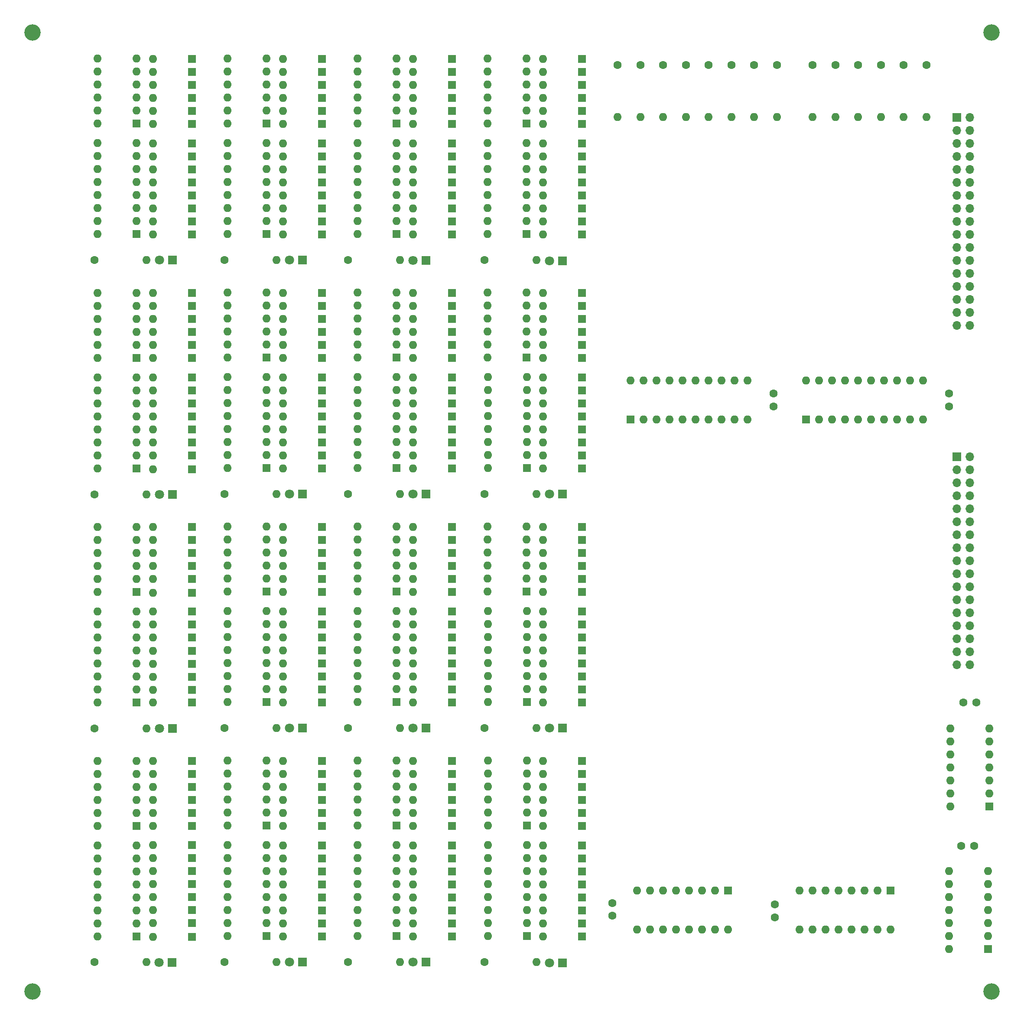
<source format=gbr>
%TF.GenerationSoftware,KiCad,Pcbnew,7.0.7*%
%TF.CreationDate,2023-10-18T21:40:57+09:00*%
%TF.ProjectId,ROM,524f4d2e-6b69-4636-9164-5f7063625858,rev?*%
%TF.SameCoordinates,Original*%
%TF.FileFunction,Soldermask,Bot*%
%TF.FilePolarity,Negative*%
%FSLAX46Y46*%
G04 Gerber Fmt 4.6, Leading zero omitted, Abs format (unit mm)*
G04 Created by KiCad (PCBNEW 7.0.7) date 2023-10-18 21:40:57*
%MOMM*%
%LPD*%
G01*
G04 APERTURE LIST*
%ADD10R,1.600000X1.600000*%
%ADD11O,1.600000X1.600000*%
%ADD12C,1.600000*%
%ADD13R,1.800000X1.800000*%
%ADD14C,1.800000*%
%ADD15C,3.200000*%
%ADD16R,1.700000X1.700000*%
%ADD17O,1.700000X1.700000*%
G04 APERTURE END LIST*
D10*
%TO.C,D27*%
X414665000Y-130895000D03*
D11*
X407045000Y-130895000D03*
%TD*%
D10*
%TO.C,D120*%
X440065000Y-50885000D03*
D11*
X432445000Y-50885000D03*
%TD*%
D12*
%TO.C,R8*%
X421015000Y-71110000D03*
D11*
X431175000Y-71110000D03*
%TD*%
D13*
%TO.C,D47*%
X410855000Y-71110000D03*
D14*
X408315000Y-71110000D03*
%TD*%
D12*
%TO.C,R34*%
X445155000Y-162560000D03*
D11*
X455315000Y-162560000D03*
%TD*%
D10*
%TO.C,SW13*%
X429270000Y-181600000D03*
D11*
X429270000Y-179060000D03*
X429270000Y-176520000D03*
X429270000Y-173980000D03*
X429270000Y-171440000D03*
X429270000Y-168900000D03*
X421650000Y-168900000D03*
X421650000Y-171440000D03*
X421650000Y-173980000D03*
X421650000Y-176520000D03*
X421650000Y-179060000D03*
X421650000Y-181600000D03*
%TD*%
D10*
%TO.C,D394*%
X490845000Y-44545000D03*
D11*
X483225000Y-44545000D03*
%TD*%
D12*
%TO.C,C3*%
X564995000Y-185545000D03*
X567495000Y-185545000D03*
%TD*%
D10*
%TO.C,D18*%
X414665000Y-155055000D03*
D11*
X407045000Y-155055000D03*
%TD*%
D10*
%TO.C,D378*%
X490845000Y-66135000D03*
D11*
X483225000Y-66135000D03*
%TD*%
D10*
%TO.C,D65*%
X414665000Y-44535000D03*
D11*
X407045000Y-44535000D03*
%TD*%
D13*
%TO.C,D106*%
X436255000Y-71110000D03*
D14*
X433715000Y-71110000D03*
%TD*%
D10*
%TO.C,D28*%
X414665000Y-128355000D03*
D11*
X407045000Y-128355000D03*
%TD*%
D10*
%TO.C,D349*%
X490885000Y-111855000D03*
D11*
X483265000Y-111855000D03*
%TD*%
D10*
%TO.C,D358*%
X490885000Y-190595000D03*
D11*
X483265000Y-190595000D03*
%TD*%
D10*
%TO.C,D375*%
X490885000Y-77565000D03*
D11*
X483265000Y-77565000D03*
%TD*%
D10*
%TO.C,SW46*%
X454650000Y-44450000D03*
D11*
X454650000Y-41910000D03*
X454650000Y-39370000D03*
X454650000Y-36830000D03*
X454650000Y-34290000D03*
X454650000Y-31750000D03*
X447030000Y-31750000D03*
X447030000Y-34290000D03*
X447030000Y-36830000D03*
X447030000Y-39370000D03*
X447030000Y-41910000D03*
X447030000Y-44450000D03*
%TD*%
D15*
%TO.C,H1*%
X383540000Y-26670000D03*
%TD*%
D10*
%TO.C,SW53*%
X480050000Y-44450000D03*
D11*
X480050000Y-41910000D03*
X480050000Y-39370000D03*
X480050000Y-36830000D03*
X480050000Y-34290000D03*
X480050000Y-31750000D03*
X472430000Y-31750000D03*
X472430000Y-34290000D03*
X472430000Y-36830000D03*
X472430000Y-39370000D03*
X472430000Y-41910000D03*
X472430000Y-44450000D03*
%TD*%
D10*
%TO.C,D302*%
X465455000Y-111855000D03*
D11*
X457835000Y-111855000D03*
%TD*%
D10*
%TO.C,D97*%
X440065000Y-87715000D03*
D11*
X432445000Y-87715000D03*
%TD*%
D10*
%TO.C,SW48*%
X480090000Y-111760000D03*
D11*
X480090000Y-109220000D03*
X480090000Y-106680000D03*
X480090000Y-104140000D03*
X480090000Y-101600000D03*
X480090000Y-99060000D03*
X480090000Y-96520000D03*
X480090000Y-93980000D03*
X472470000Y-93980000D03*
X472470000Y-96520000D03*
X472470000Y-99060000D03*
X472470000Y-101600000D03*
X472470000Y-104140000D03*
X472470000Y-106680000D03*
X472470000Y-109220000D03*
X472470000Y-111760000D03*
%TD*%
D10*
%TO.C,D132*%
X440065000Y-34375000D03*
D11*
X432445000Y-34375000D03*
%TD*%
D10*
%TO.C,D45*%
X414665000Y-77555000D03*
D11*
X407045000Y-77555000D03*
%TD*%
D13*
%TO.C,D107*%
X436255000Y-162550000D03*
D14*
X433715000Y-162550000D03*
%TD*%
D10*
%TO.C,SW4*%
X403870000Y-135975000D03*
D11*
X403870000Y-133435000D03*
X403870000Y-130895000D03*
X403870000Y-128355000D03*
X403870000Y-125815000D03*
X403870000Y-123275000D03*
X396250000Y-123275000D03*
X396250000Y-125815000D03*
X396250000Y-128355000D03*
X396250000Y-130895000D03*
X396250000Y-133435000D03*
X396250000Y-135975000D03*
%TD*%
D12*
%TO.C,C2*%
X528320000Y-97175000D03*
X528320000Y-99675000D03*
%TD*%
D10*
%TO.C,D368*%
X490885000Y-176625000D03*
D11*
X483265000Y-176625000D03*
%TD*%
D16*
%TO.C,J1*%
X564083200Y-109499400D03*
D17*
X566623200Y-109499400D03*
X564083200Y-112039400D03*
X566623200Y-112039400D03*
X564083200Y-114579400D03*
X566623200Y-114579400D03*
X564083200Y-117119400D03*
X566623200Y-117119400D03*
X564083200Y-119659400D03*
X566623200Y-119659400D03*
X564083200Y-122199400D03*
X566623200Y-122199400D03*
X564083200Y-124739400D03*
X566623200Y-124739400D03*
X564083200Y-127279400D03*
X566623200Y-127279400D03*
X564083200Y-129819400D03*
X566623200Y-129819400D03*
X564083200Y-132359400D03*
X566623200Y-132359400D03*
X564083200Y-134899400D03*
X566623200Y-134899400D03*
X564083200Y-137439400D03*
X566623200Y-137439400D03*
X564083200Y-139979400D03*
X566623200Y-139979400D03*
X564083200Y-142519400D03*
X566623200Y-142519400D03*
X564083200Y-145059400D03*
X566623200Y-145059400D03*
X564083200Y-147599400D03*
X566623200Y-147599400D03*
X564083200Y-150139400D03*
X566623200Y-150139400D03*
%TD*%
D12*
%TO.C,R49*%
X528955000Y-33020000D03*
D11*
X528955000Y-43180000D03*
%TD*%
D10*
%TO.C,D87*%
X440065000Y-101685000D03*
D11*
X432445000Y-101685000D03*
%TD*%
D13*
%TO.C,D377*%
X487075000Y-162560000D03*
D14*
X484535000Y-162560000D03*
%TD*%
D10*
%TO.C,D298*%
X465455000Y-128365000D03*
D11*
X457835000Y-128365000D03*
%TD*%
D12*
%TO.C,R39*%
X471835000Y-116840000D03*
D11*
X481995000Y-116840000D03*
%TD*%
D10*
%TO.C,D364*%
X490885000Y-181705000D03*
D11*
X483265000Y-181705000D03*
%TD*%
D10*
%TO.C,D362*%
X490885000Y-185515000D03*
D11*
X483265000Y-185515000D03*
%TD*%
D15*
%TO.C,H2*%
X570865000Y-26670000D03*
%TD*%
D10*
%TO.C,D303*%
X465455000Y-109315000D03*
D11*
X457835000Y-109315000D03*
%TD*%
D10*
%TO.C,D55*%
X414665000Y-58505000D03*
D11*
X407045000Y-58505000D03*
%TD*%
D10*
%TO.C,D121*%
X440065000Y-142325000D03*
D11*
X432445000Y-142325000D03*
%TD*%
D10*
%TO.C,D38*%
X414665000Y-96605000D03*
D11*
X407045000Y-96605000D03*
%TD*%
D10*
%TO.C,D361*%
X490885000Y-96615000D03*
D11*
X483265000Y-96615000D03*
%TD*%
D12*
%TO.C,R3*%
X395615000Y-116925000D03*
D11*
X405775000Y-116925000D03*
%TD*%
D10*
%TO.C,D371*%
X490885000Y-82645000D03*
D11*
X483265000Y-82645000D03*
%TD*%
D10*
%TO.C,D131*%
X440065000Y-128355000D03*
D11*
X432445000Y-128355000D03*
%TD*%
D10*
%TO.C,SW17*%
X429260000Y-44450000D03*
D11*
X429260000Y-41910000D03*
X429260000Y-39370000D03*
X429260000Y-36830000D03*
X429260000Y-34290000D03*
X429260000Y-31750000D03*
X421640000Y-31750000D03*
X421640000Y-34290000D03*
X421640000Y-36830000D03*
X421640000Y-39370000D03*
X421640000Y-41910000D03*
X421640000Y-44450000D03*
%TD*%
D10*
%TO.C,D351*%
X490885000Y-109315000D03*
D11*
X483265000Y-109315000D03*
%TD*%
D10*
%TO.C,D117*%
X440065000Y-147405000D03*
D11*
X432445000Y-147405000D03*
%TD*%
D10*
%TO.C,D75*%
X414665000Y-31835000D03*
D11*
X407045000Y-31835000D03*
%TD*%
D10*
%TO.C,D98*%
X440065000Y-176615000D03*
D11*
X432445000Y-176615000D03*
%TD*%
D10*
%TO.C,D345*%
X465455000Y-31845000D03*
D11*
X457835000Y-31845000D03*
%TD*%
D10*
%TO.C,D108*%
X440065000Y-66125000D03*
D11*
X432445000Y-66125000D03*
%TD*%
D13*
%TO.C,D1*%
X410760000Y-208365000D03*
D14*
X408220000Y-208365000D03*
%TD*%
D10*
%TO.C,D388*%
X490845000Y-53435000D03*
D11*
X483225000Y-53435000D03*
%TD*%
D12*
%TO.C,R45*%
X511175000Y-33020000D03*
D11*
X511175000Y-43180000D03*
%TD*%
D10*
%TO.C,D321*%
X465455000Y-63565000D03*
D11*
X457835000Y-63565000D03*
%TD*%
D10*
%TO.C,D339*%
X465455000Y-39465000D03*
D11*
X457835000Y-39465000D03*
%TD*%
D10*
%TO.C,D122*%
X440065000Y-48345000D03*
D11*
X432445000Y-48345000D03*
%TD*%
D10*
%TO.C,D11*%
X414665000Y-179155000D03*
D11*
X407045000Y-179155000D03*
%TD*%
D10*
%TO.C,D71*%
X414665000Y-36915000D03*
D11*
X407045000Y-36915000D03*
%TD*%
D13*
%TO.C,D77*%
X436255000Y-116830000D03*
D14*
X433715000Y-116830000D03*
%TD*%
D10*
%TO.C,SW38*%
X454650000Y-181610000D03*
D11*
X454650000Y-179070000D03*
X454650000Y-176530000D03*
X454650000Y-173990000D03*
X454650000Y-171450000D03*
X454650000Y-168910000D03*
X447030000Y-168910000D03*
X447030000Y-171450000D03*
X447030000Y-173990000D03*
X447030000Y-176530000D03*
X447030000Y-179070000D03*
X447030000Y-181610000D03*
%TD*%
D12*
%TO.C,R41*%
X471835000Y-162560000D03*
D11*
X481995000Y-162560000D03*
%TD*%
D10*
%TO.C,D312*%
X465455000Y-85185000D03*
D11*
X457835000Y-85185000D03*
%TD*%
D10*
%TO.C,D102*%
X440065000Y-171535000D03*
D11*
X432445000Y-171535000D03*
%TD*%
D10*
%TO.C,D277*%
X465455000Y-190595000D03*
D11*
X457835000Y-190595000D03*
%TD*%
D10*
%TO.C,D104*%
X440065000Y-168995000D03*
D11*
X432445000Y-168995000D03*
%TD*%
D10*
%TO.C,D323*%
X465455000Y-61055000D03*
D11*
X457835000Y-61055000D03*
%TD*%
D12*
%TO.C,R1*%
X395615000Y-208270000D03*
D11*
X405775000Y-208270000D03*
%TD*%
D10*
%TO.C,U6*%
X570465000Y-177875000D03*
D11*
X570465000Y-175335000D03*
X570465000Y-172795000D03*
X570465000Y-170255000D03*
X570465000Y-167715000D03*
X570465000Y-165175000D03*
X570465000Y-162635000D03*
X562845000Y-162635000D03*
X562845000Y-165175000D03*
X562845000Y-167715000D03*
X562845000Y-170255000D03*
X562845000Y-172795000D03*
X562845000Y-175335000D03*
X562845000Y-177875000D03*
%TD*%
D10*
%TO.C,SW44*%
X454660000Y-66040000D03*
D11*
X454660000Y-63500000D03*
X454660000Y-60960000D03*
X454660000Y-58420000D03*
X454660000Y-55880000D03*
X454660000Y-53340000D03*
X454660000Y-50800000D03*
X454660000Y-48260000D03*
X447040000Y-48260000D03*
X447040000Y-50800000D03*
X447040000Y-53340000D03*
X447040000Y-55880000D03*
X447040000Y-58420000D03*
X447040000Y-60960000D03*
X447040000Y-63500000D03*
X447040000Y-66040000D03*
%TD*%
D10*
%TO.C,D392*%
X490845000Y-48355000D03*
D11*
X483225000Y-48355000D03*
%TD*%
D12*
%TO.C,R6*%
X421015000Y-208270000D03*
D11*
X431175000Y-208270000D03*
%TD*%
D10*
%TO.C,D380*%
X490845000Y-63595000D03*
D11*
X483225000Y-63595000D03*
%TD*%
D10*
%TO.C,D20*%
X414665000Y-149975000D03*
D11*
X407045000Y-149975000D03*
%TD*%
D10*
%TO.C,D389*%
X490845000Y-144875000D03*
D11*
X483225000Y-144875000D03*
%TD*%
D10*
%TO.C,D127*%
X440065000Y-133435000D03*
D11*
X432445000Y-133435000D03*
%TD*%
D10*
%TO.C,D354*%
X490885000Y-195675000D03*
D11*
X483265000Y-195675000D03*
%TD*%
D10*
%TO.C,D311*%
X465455000Y-87725000D03*
D11*
X457835000Y-87725000D03*
%TD*%
D10*
%TO.C,D59*%
X414665000Y-53425000D03*
D11*
X407045000Y-53425000D03*
%TD*%
D10*
%TO.C,D369*%
X490885000Y-85185000D03*
D11*
X483265000Y-85185000D03*
%TD*%
D10*
%TO.C,D12*%
X414665000Y-176615000D03*
D11*
X407045000Y-176615000D03*
%TD*%
D10*
%TO.C,D111*%
X440065000Y-155025000D03*
D11*
X432445000Y-155025000D03*
%TD*%
D10*
%TO.C,D135*%
X440065000Y-123275000D03*
D11*
X432445000Y-123275000D03*
%TD*%
D10*
%TO.C,SW52*%
X480090000Y-157480000D03*
D11*
X480090000Y-154940000D03*
X480090000Y-152400000D03*
X480090000Y-149860000D03*
X480090000Y-147320000D03*
X480090000Y-144780000D03*
X480090000Y-142240000D03*
X480090000Y-139700000D03*
X472470000Y-139700000D03*
X472470000Y-142240000D03*
X472470000Y-144780000D03*
X472470000Y-147320000D03*
X472470000Y-149860000D03*
X472470000Y-152400000D03*
X472470000Y-154940000D03*
X472470000Y-157480000D03*
%TD*%
D10*
%TO.C,D25*%
X414665000Y-136090000D03*
D11*
X407045000Y-136090000D03*
%TD*%
D10*
%TO.C,D67*%
X414665000Y-41995000D03*
D11*
X407045000Y-41995000D03*
%TD*%
D12*
%TO.C,R40*%
X471835000Y-71120000D03*
D11*
X481995000Y-71120000D03*
%TD*%
D10*
%TO.C,D348*%
X490885000Y-203295000D03*
D11*
X483265000Y-203295000D03*
%TD*%
D10*
%TO.C,D384*%
X490845000Y-58515000D03*
D11*
X483225000Y-58515000D03*
%TD*%
D10*
%TO.C,D353*%
X490885000Y-106775000D03*
D11*
X483265000Y-106775000D03*
%TD*%
D10*
%TO.C,D297*%
X465455000Y-130905000D03*
D11*
X457835000Y-130905000D03*
%TD*%
D12*
%TO.C,R37*%
X445155000Y-71120000D03*
D11*
X455315000Y-71120000D03*
%TD*%
D10*
%TO.C,D295*%
X465455000Y-135985000D03*
D11*
X457835000Y-135985000D03*
%TD*%
D10*
%TO.C,D36*%
X414665000Y-101685000D03*
D11*
X407045000Y-101685000D03*
%TD*%
D10*
%TO.C,D123*%
X440065000Y-139785000D03*
D11*
X432445000Y-139785000D03*
%TD*%
D12*
%TO.C,R50*%
X535940000Y-33020000D03*
D11*
X535940000Y-43180000D03*
%TD*%
D10*
%TO.C,D115*%
X440065000Y-149945000D03*
D11*
X432445000Y-149945000D03*
%TD*%
D10*
%TO.C,D101*%
X440065000Y-82635000D03*
D11*
X432445000Y-82635000D03*
%TD*%
D10*
%TO.C,D294*%
X465455000Y-139795000D03*
D11*
X457835000Y-139795000D03*
%TD*%
D10*
%TO.C,D94*%
X440065000Y-181695000D03*
D11*
X432445000Y-181695000D03*
%TD*%
D10*
%TO.C,D9*%
X414665000Y-185410000D03*
D11*
X407045000Y-185410000D03*
%TD*%
D10*
%TO.C,D81*%
X440065000Y-109305000D03*
D11*
X432445000Y-109305000D03*
%TD*%
D10*
%TO.C,D310*%
X465455000Y-90265000D03*
D11*
X457835000Y-90265000D03*
%TD*%
D10*
%TO.C,D357*%
X490885000Y-101695000D03*
D11*
X483265000Y-101695000D03*
%TD*%
D10*
%TO.C,SW8*%
X403860000Y-66040000D03*
D11*
X403860000Y-63500000D03*
X403860000Y-60960000D03*
X403860000Y-58420000D03*
X403860000Y-55880000D03*
X403860000Y-53340000D03*
X403860000Y-50800000D03*
X403860000Y-48260000D03*
X396240000Y-48260000D03*
X396240000Y-50800000D03*
X396240000Y-53340000D03*
X396240000Y-55880000D03*
X396240000Y-58420000D03*
X396240000Y-60960000D03*
X396240000Y-63500000D03*
X396240000Y-66040000D03*
%TD*%
D10*
%TO.C,D4*%
X414665000Y-198110000D03*
D11*
X407045000Y-198110000D03*
%TD*%
D13*
%TO.C,D76*%
X436255000Y-208270000D03*
D14*
X433715000Y-208270000D03*
%TD*%
D10*
%TO.C,D41*%
X414665000Y-87715000D03*
D11*
X407045000Y-87715000D03*
%TD*%
D10*
%TO.C,D73*%
X414665000Y-34375000D03*
D11*
X407045000Y-34375000D03*
%TD*%
D10*
%TO.C,D14*%
X414665000Y-171535000D03*
D11*
X407045000Y-171535000D03*
%TD*%
D10*
%TO.C,D290*%
X465455000Y-149955000D03*
D11*
X457835000Y-149955000D03*
%TD*%
D10*
%TO.C,SW12*%
X429260000Y-111760000D03*
D11*
X429260000Y-109220000D03*
X429260000Y-106680000D03*
X429260000Y-104140000D03*
X429260000Y-101600000D03*
X429260000Y-99060000D03*
X429260000Y-96520000D03*
X429260000Y-93980000D03*
X421640000Y-93980000D03*
X421640000Y-96520000D03*
X421640000Y-99060000D03*
X421640000Y-101600000D03*
X421640000Y-104140000D03*
X421640000Y-106680000D03*
X421640000Y-109220000D03*
X421640000Y-111760000D03*
%TD*%
D10*
%TO.C,D80*%
X440065000Y-200745000D03*
D11*
X432445000Y-200745000D03*
%TD*%
D16*
%TO.C,J2*%
X564083200Y-43205400D03*
D17*
X566623200Y-43205400D03*
X564083200Y-45745400D03*
X566623200Y-45745400D03*
X564083200Y-48285400D03*
X566623200Y-48285400D03*
X564083200Y-50825400D03*
X566623200Y-50825400D03*
X564083200Y-53365400D03*
X566623200Y-53365400D03*
X564083200Y-55905400D03*
X566623200Y-55905400D03*
X564083200Y-58445400D03*
X566623200Y-58445400D03*
X564083200Y-60985400D03*
X566623200Y-60985400D03*
X564083200Y-63525400D03*
X566623200Y-63525400D03*
X564083200Y-66065400D03*
X566623200Y-66065400D03*
X564083200Y-68605400D03*
X566623200Y-68605400D03*
X564083200Y-71145400D03*
X566623200Y-71145400D03*
X564083200Y-73685400D03*
X566623200Y-73685400D03*
X564083200Y-76225400D03*
X566623200Y-76225400D03*
X564083200Y-78765400D03*
X566623200Y-78765400D03*
X564083200Y-81305400D03*
X566623200Y-81305400D03*
X564083200Y-83845400D03*
X566623200Y-83845400D03*
%TD*%
D10*
%TO.C,D5*%
X414665000Y-195570000D03*
D11*
X407045000Y-195570000D03*
%TD*%
D10*
%TO.C,SW3*%
X403870000Y-157565000D03*
D11*
X403870000Y-155025000D03*
X403870000Y-152485000D03*
X403870000Y-149945000D03*
X403870000Y-147405000D03*
X403870000Y-144865000D03*
X403870000Y-142325000D03*
X403870000Y-139785000D03*
X396250000Y-139785000D03*
X396250000Y-142325000D03*
X396250000Y-144865000D03*
X396250000Y-147405000D03*
X396250000Y-149945000D03*
X396250000Y-152485000D03*
X396250000Y-155025000D03*
X396250000Y-157565000D03*
%TD*%
D10*
%TO.C,D30*%
X414665000Y-123275000D03*
D11*
X407045000Y-123275000D03*
%TD*%
D10*
%TO.C,D352*%
X490885000Y-198215000D03*
D11*
X483265000Y-198215000D03*
%TD*%
D10*
%TO.C,D103*%
X440065000Y-80095000D03*
D11*
X432445000Y-80095000D03*
%TD*%
D10*
%TO.C,D40*%
X414665000Y-90255000D03*
D11*
X407045000Y-90255000D03*
%TD*%
D10*
%TO.C,D84*%
X440065000Y-195665000D03*
D11*
X432445000Y-195665000D03*
%TD*%
D10*
%TO.C,D386*%
X490845000Y-55975000D03*
D11*
X483225000Y-55975000D03*
%TD*%
D10*
%TO.C,SW42*%
X454660000Y-90170000D03*
D11*
X454660000Y-87630000D03*
X454660000Y-85090000D03*
X454660000Y-82550000D03*
X454660000Y-80010000D03*
X454660000Y-77470000D03*
X447040000Y-77470000D03*
X447040000Y-80010000D03*
X447040000Y-82550000D03*
X447040000Y-85090000D03*
X447040000Y-87630000D03*
X447040000Y-90170000D03*
%TD*%
D10*
%TO.C,D289*%
X465455000Y-152495000D03*
D11*
X457835000Y-152495000D03*
%TD*%
D10*
%TO.C,D396*%
X490845000Y-42005000D03*
D11*
X483225000Y-42005000D03*
%TD*%
D10*
%TO.C,D39*%
X414665000Y-94065000D03*
D11*
X407045000Y-94065000D03*
%TD*%
D12*
%TO.C,R2*%
X395615000Y-162645000D03*
D11*
X405775000Y-162645000D03*
%TD*%
D10*
%TO.C,D360*%
X490885000Y-188055000D03*
D11*
X483265000Y-188055000D03*
%TD*%
D10*
%TO.C,D17*%
X414665000Y-157565000D03*
D11*
X407045000Y-157565000D03*
%TD*%
D10*
%TO.C,D325*%
X465455000Y-58515000D03*
D11*
X457835000Y-58515000D03*
%TD*%
D10*
%TO.C,D22*%
X414665000Y-144865000D03*
D11*
X407045000Y-144865000D03*
%TD*%
D10*
%TO.C,D404*%
X490845000Y-31845000D03*
D11*
X483225000Y-31845000D03*
%TD*%
D10*
%TO.C,D274*%
X465455000Y-198215000D03*
D11*
X457835000Y-198215000D03*
%TD*%
D10*
%TO.C,D114*%
X440065000Y-58505000D03*
D11*
X432445000Y-58505000D03*
%TD*%
D10*
%TO.C,U1*%
X551180000Y-194310000D03*
D11*
X548640000Y-194310000D03*
X546100000Y-194310000D03*
X543560000Y-194310000D03*
X541020000Y-194310000D03*
X538480000Y-194310000D03*
X535940000Y-194310000D03*
X533400000Y-194310000D03*
X533400000Y-201930000D03*
X535940000Y-201930000D03*
X538480000Y-201930000D03*
X541020000Y-201930000D03*
X543560000Y-201930000D03*
X546100000Y-201930000D03*
X548640000Y-201930000D03*
X551180000Y-201930000D03*
%TD*%
D10*
%TO.C,D116*%
X440065000Y-55965000D03*
D11*
X432445000Y-55965000D03*
%TD*%
D10*
%TO.C,D327*%
X465455000Y-55975000D03*
D11*
X457835000Y-55975000D03*
%TD*%
D10*
%TO.C,D2*%
X414665000Y-203335000D03*
D11*
X407045000Y-203335000D03*
%TD*%
D10*
%TO.C,D387*%
X490845000Y-147415000D03*
D11*
X483225000Y-147415000D03*
%TD*%
D10*
%TO.C,D363*%
X490885000Y-94075000D03*
D11*
X483265000Y-94075000D03*
%TD*%
D10*
%TO.C,D365*%
X490885000Y-90265000D03*
D11*
X483265000Y-90265000D03*
%TD*%
D10*
%TO.C,D405*%
X490845000Y-123285000D03*
D11*
X483225000Y-123285000D03*
%TD*%
D10*
%TO.C,SW37*%
X454660000Y-203200000D03*
D11*
X454660000Y-200660000D03*
X454660000Y-198120000D03*
X454660000Y-195580000D03*
X454660000Y-193040000D03*
X454660000Y-190500000D03*
X454660000Y-187960000D03*
X454660000Y-185420000D03*
X447040000Y-185420000D03*
X447040000Y-187960000D03*
X447040000Y-190500000D03*
X447040000Y-193040000D03*
X447040000Y-195580000D03*
X447040000Y-198120000D03*
X447040000Y-200660000D03*
X447040000Y-203200000D03*
%TD*%
D12*
%TO.C,R7*%
X421015000Y-116830000D03*
D11*
X431175000Y-116830000D03*
%TD*%
D13*
%TO.C,D376*%
X487075000Y-71295000D03*
D14*
X484535000Y-71295000D03*
%TD*%
D10*
%TO.C,D273*%
X465455000Y-200755000D03*
D11*
X457835000Y-200755000D03*
%TD*%
D10*
%TO.C,SW15*%
X429260000Y-66040000D03*
D11*
X429260000Y-63500000D03*
X429260000Y-60960000D03*
X429260000Y-58420000D03*
X429260000Y-55880000D03*
X429260000Y-53340000D03*
X429260000Y-50800000D03*
X429260000Y-48260000D03*
X421640000Y-48260000D03*
X421640000Y-50800000D03*
X421640000Y-53340000D03*
X421640000Y-55880000D03*
X421640000Y-58420000D03*
X421640000Y-60960000D03*
X421640000Y-63500000D03*
X421640000Y-66040000D03*
%TD*%
D10*
%TO.C,D91*%
X440065000Y-96605000D03*
D11*
X432445000Y-96605000D03*
%TD*%
D10*
%TO.C,SW51*%
X480060000Y-66040000D03*
D11*
X480060000Y-63500000D03*
X480060000Y-60960000D03*
X480060000Y-58420000D03*
X480060000Y-55880000D03*
X480060000Y-53340000D03*
X480060000Y-50800000D03*
X480060000Y-48260000D03*
X472440000Y-48260000D03*
X472440000Y-50800000D03*
X472440000Y-53340000D03*
X472440000Y-55880000D03*
X472440000Y-58420000D03*
X472440000Y-60960000D03*
X472440000Y-63500000D03*
X472440000Y-66040000D03*
%TD*%
D10*
%TO.C,D333*%
X465455000Y-48355000D03*
D11*
X457835000Y-48355000D03*
%TD*%
D10*
%TO.C,D125*%
X440065000Y-135975000D03*
D11*
X432445000Y-135975000D03*
%TD*%
D10*
%TO.C,D284*%
X465455000Y-171545000D03*
D11*
X457835000Y-171545000D03*
%TD*%
D12*
%TO.C,R5*%
X395615000Y-71110000D03*
D11*
X405775000Y-71110000D03*
%TD*%
D10*
%TO.C,D61*%
X414665000Y-50885000D03*
D11*
X407045000Y-50885000D03*
%TD*%
D10*
%TO.C,SW6*%
X403870000Y-90265000D03*
D11*
X403870000Y-87725000D03*
X403870000Y-85185000D03*
X403870000Y-82645000D03*
X403870000Y-80105000D03*
X403870000Y-77565000D03*
X396250000Y-77565000D03*
X396250000Y-80105000D03*
X396250000Y-82645000D03*
X396250000Y-85185000D03*
X396250000Y-87725000D03*
X396250000Y-90265000D03*
%TD*%
D10*
%TO.C,D315*%
X465455000Y-77565000D03*
D11*
X457835000Y-77565000D03*
%TD*%
D12*
%TO.C,R33*%
X445155000Y-208280000D03*
D11*
X455315000Y-208280000D03*
%TD*%
D10*
%TO.C,D95*%
X440065000Y-90255000D03*
D11*
X432445000Y-90255000D03*
%TD*%
D10*
%TO.C,SW14*%
X429250000Y-90170000D03*
D11*
X429250000Y-87630000D03*
X429250000Y-85090000D03*
X429250000Y-82550000D03*
X429250000Y-80010000D03*
X429250000Y-77470000D03*
X421630000Y-77470000D03*
X421630000Y-80010000D03*
X421630000Y-82550000D03*
X421630000Y-85090000D03*
X421630000Y-87630000D03*
X421630000Y-90170000D03*
%TD*%
D10*
%TO.C,D99*%
X440065000Y-85175000D03*
D11*
X432445000Y-85175000D03*
%TD*%
D10*
%TO.C,D288*%
X465455000Y-155035000D03*
D11*
X457835000Y-155035000D03*
%TD*%
D10*
%TO.C,D393*%
X490845000Y-139795000D03*
D11*
X483225000Y-139795000D03*
%TD*%
D10*
%TO.C,D319*%
X465455000Y-66105000D03*
D11*
X457835000Y-66105000D03*
%TD*%
D10*
%TO.C,U3*%
X500380000Y-102235000D03*
D11*
X502920000Y-102235000D03*
X505460000Y-102235000D03*
X508000000Y-102235000D03*
X510540000Y-102235000D03*
X513080000Y-102235000D03*
X515620000Y-102235000D03*
X518160000Y-102235000D03*
X520700000Y-102235000D03*
X523240000Y-102235000D03*
X523240000Y-94615000D03*
X520700000Y-94615000D03*
X518160000Y-94615000D03*
X515620000Y-94615000D03*
X513080000Y-94615000D03*
X510540000Y-94615000D03*
X508000000Y-94615000D03*
X505460000Y-94615000D03*
X502920000Y-94615000D03*
X500380000Y-94615000D03*
%TD*%
D12*
%TO.C,C4*%
X496796000Y-199200000D03*
X496796000Y-196700000D03*
%TD*%
D10*
%TO.C,D7*%
X414665000Y-190490000D03*
D11*
X407045000Y-190490000D03*
%TD*%
D10*
%TO.C,D329*%
X465455000Y-53435000D03*
D11*
X457835000Y-53435000D03*
%TD*%
D10*
%TO.C,D92*%
X440065000Y-185505000D03*
D11*
X432445000Y-185505000D03*
%TD*%
D10*
%TO.C,D372*%
X490885000Y-171545000D03*
D11*
X483265000Y-171545000D03*
%TD*%
D10*
%TO.C,D331*%
X465455000Y-50895000D03*
D11*
X457835000Y-50895000D03*
%TD*%
D10*
%TO.C,D399*%
X490845000Y-130905000D03*
D11*
X483225000Y-130905000D03*
%TD*%
D12*
%TO.C,R42*%
X497840000Y-33020000D03*
D11*
X497840000Y-43180000D03*
%TD*%
D10*
%TO.C,D308*%
X465455000Y-96615000D03*
D11*
X457835000Y-96615000D03*
%TD*%
D10*
%TO.C,D44*%
X414665000Y-80095000D03*
D11*
X407045000Y-80095000D03*
%TD*%
D15*
%TO.C,H4*%
X570865000Y-213995000D03*
%TD*%
D10*
%TO.C,D275*%
X465455000Y-195675000D03*
D11*
X457835000Y-195675000D03*
%TD*%
D10*
%TO.C,D398*%
X490845000Y-39465000D03*
D11*
X483225000Y-39465000D03*
%TD*%
D10*
%TO.C,D21*%
X414665000Y-147435000D03*
D11*
X407045000Y-147435000D03*
%TD*%
D10*
%TO.C,D381*%
X490845000Y-155035000D03*
D11*
X483225000Y-155035000D03*
%TD*%
D10*
%TO.C,D100*%
X440065000Y-174075000D03*
D11*
X432445000Y-174075000D03*
%TD*%
D13*
%TO.C,D301*%
X460380000Y-116840000D03*
D14*
X457840000Y-116840000D03*
%TD*%
D10*
%TO.C,SW50*%
X480060000Y-90170000D03*
D11*
X480060000Y-87630000D03*
X480060000Y-85090000D03*
X480060000Y-82550000D03*
X480060000Y-80010000D03*
X480060000Y-77470000D03*
X472440000Y-77470000D03*
X472440000Y-80010000D03*
X472440000Y-82550000D03*
X472440000Y-85090000D03*
X472440000Y-87630000D03*
X472440000Y-90170000D03*
%TD*%
D10*
%TO.C,D15*%
X414665000Y-168995000D03*
D11*
X407045000Y-168995000D03*
%TD*%
D10*
%TO.C,D367*%
X490885000Y-87725000D03*
D11*
X483265000Y-87725000D03*
%TD*%
D10*
%TO.C,D6*%
X414665000Y-193030000D03*
D11*
X407045000Y-193030000D03*
%TD*%
D10*
%TO.C,D82*%
X440065000Y-198205000D03*
D11*
X432445000Y-198205000D03*
%TD*%
D12*
%TO.C,R48*%
X524510000Y-33020000D03*
D11*
X524510000Y-43180000D03*
%TD*%
D12*
%TO.C,R46*%
X515620000Y-33020000D03*
D11*
X515620000Y-43180000D03*
%TD*%
D13*
%TO.C,D346*%
X487075000Y-208455000D03*
D14*
X484535000Y-208455000D03*
%TD*%
D10*
%TO.C,D83*%
X440065000Y-106765000D03*
D11*
X432445000Y-106765000D03*
%TD*%
D10*
%TO.C,D397*%
X490845000Y-133445000D03*
D11*
X483225000Y-133445000D03*
%TD*%
D10*
%TO.C,D402*%
X490845000Y-34385000D03*
D11*
X483225000Y-34385000D03*
%TD*%
D10*
%TO.C,D300*%
X465455000Y-123285000D03*
D11*
X457835000Y-123285000D03*
%TD*%
D10*
%TO.C,SW47*%
X480100000Y-203200000D03*
D11*
X480100000Y-200660000D03*
X480100000Y-198120000D03*
X480100000Y-195580000D03*
X480100000Y-193040000D03*
X480100000Y-190500000D03*
X480100000Y-187960000D03*
X480100000Y-185420000D03*
X472480000Y-185420000D03*
X472480000Y-187960000D03*
X472480000Y-190500000D03*
X472480000Y-193040000D03*
X472480000Y-195580000D03*
X472480000Y-198120000D03*
X472480000Y-200660000D03*
X472480000Y-203200000D03*
%TD*%
D10*
%TO.C,D19*%
X414665000Y-152515000D03*
D11*
X407045000Y-152515000D03*
%TD*%
D10*
%TO.C,D112*%
X440065000Y-61045000D03*
D11*
X432445000Y-61045000D03*
%TD*%
D10*
%TO.C,D51*%
X414665000Y-63585000D03*
D11*
X407045000Y-63585000D03*
%TD*%
D10*
%TO.C,D85*%
X440065000Y-104225000D03*
D11*
X432445000Y-104225000D03*
%TD*%
D10*
%TO.C,D283*%
X465455000Y-174085000D03*
D11*
X457835000Y-174085000D03*
%TD*%
D10*
%TO.C,D281*%
X465455000Y-179165000D03*
D11*
X457835000Y-179165000D03*
%TD*%
D10*
%TO.C,D287*%
X465455000Y-157575000D03*
D11*
X457835000Y-157575000D03*
%TD*%
D10*
%TO.C,SW10*%
X403860000Y-44450000D03*
D11*
X403860000Y-41910000D03*
X403860000Y-39370000D03*
X403860000Y-36830000D03*
X403860000Y-34290000D03*
X403860000Y-31750000D03*
X396240000Y-31750000D03*
X396240000Y-34290000D03*
X396240000Y-36830000D03*
X396240000Y-39370000D03*
X396240000Y-41910000D03*
X396240000Y-44450000D03*
%TD*%
D10*
%TO.C,SW11*%
X429270000Y-203190000D03*
D11*
X429270000Y-200650000D03*
X429270000Y-198110000D03*
X429270000Y-195570000D03*
X429270000Y-193030000D03*
X429270000Y-190490000D03*
X429270000Y-187950000D03*
X429270000Y-185410000D03*
X421650000Y-185410000D03*
X421650000Y-187950000D03*
X421650000Y-190490000D03*
X421650000Y-193030000D03*
X421650000Y-195570000D03*
X421650000Y-198110000D03*
X421650000Y-200650000D03*
X421650000Y-203190000D03*
%TD*%
D10*
%TO.C,D24*%
X414665000Y-139785000D03*
D11*
X407045000Y-139785000D03*
%TD*%
D10*
%TO.C,SW5*%
X403870000Y-111855000D03*
D11*
X403870000Y-109315000D03*
X403870000Y-106775000D03*
X403870000Y-104235000D03*
X403870000Y-101695000D03*
X403870000Y-99155000D03*
X403870000Y-96615000D03*
X403870000Y-94075000D03*
X396250000Y-94075000D03*
X396250000Y-96615000D03*
X396250000Y-99155000D03*
X396250000Y-101695000D03*
X396250000Y-104235000D03*
X396250000Y-106775000D03*
X396250000Y-109315000D03*
X396250000Y-111855000D03*
%TD*%
D10*
%TO.C,D29*%
X414665000Y-125815000D03*
D11*
X407045000Y-125815000D03*
%TD*%
D10*
%TO.C,D370*%
X490885000Y-174085000D03*
D11*
X483265000Y-174085000D03*
%TD*%
D12*
%TO.C,R44*%
X506730000Y-33020000D03*
D11*
X506730000Y-43180000D03*
%TD*%
D10*
%TO.C,D382*%
X490845000Y-61055000D03*
D11*
X483225000Y-61055000D03*
%TD*%
D13*
%TO.C,D347*%
X487075000Y-116840000D03*
D14*
X484535000Y-116840000D03*
%TD*%
D10*
%TO.C,D63*%
X414665000Y-48345000D03*
D11*
X407045000Y-48345000D03*
%TD*%
D13*
%TO.C,D271*%
X460375000Y-208280000D03*
D14*
X457835000Y-208280000D03*
%TD*%
D10*
%TO.C,D341*%
X465455000Y-36925000D03*
D11*
X457835000Y-36925000D03*
%TD*%
D10*
%TO.C,D307*%
X465455000Y-99155000D03*
D11*
X457835000Y-99155000D03*
%TD*%
D10*
%TO.C,D293*%
X465455000Y-142335000D03*
D11*
X457835000Y-142335000D03*
%TD*%
D10*
%TO.C,D296*%
X465455000Y-133445000D03*
D11*
X457835000Y-133445000D03*
%TD*%
D10*
%TO.C,D276*%
X465455000Y-193135000D03*
D11*
X457835000Y-193135000D03*
%TD*%
D10*
%TO.C,D359*%
X490885000Y-99155000D03*
D11*
X483265000Y-99155000D03*
%TD*%
D10*
%TO.C,D78*%
X440065000Y-203285000D03*
D11*
X432445000Y-203285000D03*
%TD*%
D12*
%TO.C,R35*%
X445155000Y-116840000D03*
D11*
X455315000Y-116840000D03*
%TD*%
D10*
%TO.C,D86*%
X440065000Y-193125000D03*
D11*
X432445000Y-193125000D03*
%TD*%
D10*
%TO.C,D96*%
X440065000Y-179155000D03*
D11*
X432445000Y-179155000D03*
%TD*%
D10*
%TO.C,D285*%
X465455000Y-169005000D03*
D11*
X457835000Y-169005000D03*
%TD*%
D10*
%TO.C,D291*%
X465455000Y-147415000D03*
D11*
X457835000Y-147415000D03*
%TD*%
D10*
%TO.C,D306*%
X465455000Y-101695000D03*
D11*
X457835000Y-101695000D03*
%TD*%
D12*
%TO.C,C1*%
X562610000Y-97195000D03*
X562610000Y-99695000D03*
%TD*%
D10*
%TO.C,D118*%
X440065000Y-53425000D03*
D11*
X432445000Y-53425000D03*
%TD*%
D10*
%TO.C,D305*%
X465455000Y-104235000D03*
D11*
X457835000Y-104235000D03*
%TD*%
D12*
%TO.C,R9*%
X421015000Y-162550000D03*
D11*
X431175000Y-162550000D03*
%TD*%
D13*
%TO.C,D16*%
X410855000Y-162645000D03*
D14*
X408315000Y-162645000D03*
%TD*%
D10*
%TO.C,D90*%
X440065000Y-188045000D03*
D11*
X432445000Y-188045000D03*
%TD*%
D12*
%TO.C,R53*%
X549275000Y-33020000D03*
D11*
X549275000Y-43180000D03*
%TD*%
D10*
%TO.C,D366*%
X490885000Y-179165000D03*
D11*
X483265000Y-179165000D03*
%TD*%
D10*
%TO.C,SW2*%
X403870000Y-181695000D03*
D11*
X403870000Y-179155000D03*
X403870000Y-176615000D03*
X403870000Y-174075000D03*
X403870000Y-171535000D03*
X403870000Y-168995000D03*
X396250000Y-168995000D03*
X396250000Y-171535000D03*
X396250000Y-174075000D03*
X396250000Y-176615000D03*
X396250000Y-179155000D03*
X396250000Y-181695000D03*
%TD*%
D10*
%TO.C,D280*%
X465455000Y-181705000D03*
D11*
X457835000Y-181705000D03*
%TD*%
D13*
%TO.C,D286*%
X460380000Y-162560000D03*
D14*
X457840000Y-162560000D03*
%TD*%
D10*
%TO.C,D391*%
X490845000Y-142335000D03*
D11*
X483225000Y-142335000D03*
%TD*%
D10*
%TO.C,D374*%
X490885000Y-169005000D03*
D11*
X483265000Y-169005000D03*
%TD*%
D10*
%TO.C,D313*%
X465455000Y-82645000D03*
D11*
X457835000Y-82645000D03*
%TD*%
D10*
%TO.C,D401*%
X490845000Y-128365000D03*
D11*
X483225000Y-128365000D03*
%TD*%
D12*
%TO.C,R52*%
X544830000Y-33020000D03*
D11*
X544830000Y-43180000D03*
%TD*%
D15*
%TO.C,H3*%
X383540000Y-213995000D03*
%TD*%
D10*
%TO.C,SW49*%
X480090000Y-181610000D03*
D11*
X480090000Y-179070000D03*
X480090000Y-176530000D03*
X480090000Y-173990000D03*
X480090000Y-171450000D03*
X480090000Y-168910000D03*
X472470000Y-168910000D03*
X472470000Y-171450000D03*
X472470000Y-173990000D03*
X472470000Y-176530000D03*
X472470000Y-179070000D03*
X472470000Y-181610000D03*
%TD*%
D10*
%TO.C,D109*%
X440065000Y-157565000D03*
D11*
X432445000Y-157565000D03*
%TD*%
D10*
%TO.C,D385*%
X490845000Y-149955000D03*
D11*
X483225000Y-149955000D03*
%TD*%
D10*
%TO.C,D124*%
X440065000Y-44535000D03*
D11*
X432445000Y-44535000D03*
%TD*%
D10*
%TO.C,D128*%
X440065000Y-39455000D03*
D11*
X432445000Y-39455000D03*
%TD*%
D10*
%TO.C,D49*%
X414665000Y-66125000D03*
D11*
X407045000Y-66125000D03*
%TD*%
D10*
%TO.C,D350*%
X490885000Y-200755000D03*
D11*
X483265000Y-200755000D03*
%TD*%
D10*
%TO.C,D134*%
X440065000Y-31835000D03*
D11*
X432445000Y-31835000D03*
%TD*%
D12*
%TO.C,R43*%
X502285000Y-33020000D03*
D11*
X502285000Y-43180000D03*
%TD*%
D10*
%TO.C,D69*%
X414665000Y-39455000D03*
D11*
X407045000Y-39455000D03*
%TD*%
D10*
%TO.C,D88*%
X440065000Y-190585000D03*
D11*
X432445000Y-190585000D03*
%TD*%
D10*
%TO.C,D356*%
X490885000Y-193135000D03*
D11*
X483265000Y-193135000D03*
%TD*%
D10*
%TO.C,D105*%
X440065000Y-77555000D03*
D11*
X432445000Y-77555000D03*
%TD*%
D10*
%TO.C,D343*%
X465455000Y-34385000D03*
D11*
X457835000Y-34385000D03*
%TD*%
D10*
%TO.C,D35*%
X414665000Y-104225000D03*
D11*
X407045000Y-104225000D03*
%TD*%
D10*
%TO.C,D390*%
X490845000Y-50895000D03*
D11*
X483225000Y-50895000D03*
%TD*%
D10*
%TO.C,U5*%
X570230000Y-205740000D03*
D11*
X570230000Y-203200000D03*
X570230000Y-200660000D03*
X570230000Y-198120000D03*
X570230000Y-195580000D03*
X570230000Y-193040000D03*
X570230000Y-190500000D03*
X562610000Y-190500000D03*
X562610000Y-193040000D03*
X562610000Y-195580000D03*
X562610000Y-198120000D03*
X562610000Y-200660000D03*
X562610000Y-203200000D03*
X562610000Y-205740000D03*
%TD*%
D10*
%TO.C,D3*%
X414665000Y-200650000D03*
D11*
X407045000Y-200650000D03*
%TD*%
D10*
%TO.C,D79*%
X440065000Y-111845000D03*
D11*
X432445000Y-111845000D03*
%TD*%
D10*
%TO.C,D272*%
X465455000Y-203295000D03*
D11*
X457835000Y-203295000D03*
%TD*%
D10*
%TO.C,SW41*%
X454660000Y-111770000D03*
D11*
X454660000Y-109230000D03*
X454660000Y-106690000D03*
X454660000Y-104150000D03*
X454660000Y-101610000D03*
X454660000Y-99070000D03*
X454660000Y-96530000D03*
X454660000Y-93990000D03*
X447040000Y-93990000D03*
X447040000Y-96530000D03*
X447040000Y-99070000D03*
X447040000Y-101610000D03*
X447040000Y-104150000D03*
X447040000Y-106690000D03*
X447040000Y-109230000D03*
X447040000Y-111770000D03*
%TD*%
D12*
%TO.C,C6*%
X565415000Y-157519000D03*
X567915000Y-157519000D03*
%TD*%
D10*
%TO.C,D279*%
X465455000Y-185515000D03*
D11*
X457835000Y-185515000D03*
%TD*%
D10*
%TO.C,SW39*%
X454660000Y-157480000D03*
D11*
X454660000Y-154940000D03*
X454660000Y-152400000D03*
X454660000Y-149860000D03*
X454660000Y-147320000D03*
X454660000Y-144780000D03*
X454660000Y-142240000D03*
X454660000Y-139700000D03*
X447040000Y-139700000D03*
X447040000Y-142240000D03*
X447040000Y-144780000D03*
X447040000Y-147320000D03*
X447040000Y-149860000D03*
X447040000Y-152400000D03*
X447040000Y-154940000D03*
X447040000Y-157480000D03*
%TD*%
D10*
%TO.C,D335*%
X465455000Y-44545000D03*
D11*
X457835000Y-44545000D03*
%TD*%
D10*
%TO.C,D379*%
X490845000Y-157575000D03*
D11*
X483225000Y-157575000D03*
%TD*%
D10*
%TO.C,D93*%
X440065000Y-94065000D03*
D11*
X432445000Y-94065000D03*
%TD*%
D12*
%TO.C,R38*%
X471835000Y-208280000D03*
D11*
X481995000Y-208280000D03*
%TD*%
D10*
%TO.C,D13*%
X414665000Y-174075000D03*
D11*
X407045000Y-174075000D03*
%TD*%
D10*
%TO.C,D292*%
X465455000Y-144875000D03*
D11*
X457835000Y-144875000D03*
%TD*%
D10*
%TO.C,D309*%
X465455000Y-94075000D03*
D11*
X457835000Y-94075000D03*
%TD*%
D10*
%TO.C,D355*%
X490885000Y-104235000D03*
D11*
X483265000Y-104235000D03*
%TD*%
D10*
%TO.C,D383*%
X490845000Y-152495000D03*
D11*
X483225000Y-152495000D03*
%TD*%
D10*
%TO.C,D126*%
X440065000Y-41995000D03*
D11*
X432445000Y-41995000D03*
%TD*%
D13*
%TO.C,D317*%
X460375000Y-71215000D03*
D14*
X457835000Y-71215000D03*
%TD*%
D10*
%TO.C,SW40*%
X454660000Y-135890000D03*
D11*
X454660000Y-133350000D03*
X454660000Y-130810000D03*
X454660000Y-128270000D03*
X454660000Y-125730000D03*
X454660000Y-123190000D03*
X447040000Y-123190000D03*
X447040000Y-125730000D03*
X447040000Y-128270000D03*
X447040000Y-130810000D03*
X447040000Y-133350000D03*
X447040000Y-135890000D03*
%TD*%
D10*
%TO.C,D337*%
X465455000Y-42005000D03*
D11*
X457835000Y-42005000D03*
%TD*%
D10*
%TO.C,D395*%
X490845000Y-135985000D03*
D11*
X483225000Y-135985000D03*
%TD*%
D10*
%TO.C,D129*%
X440065000Y-130895000D03*
D11*
X432445000Y-130895000D03*
%TD*%
D10*
%TO.C,D110*%
X440065000Y-63585000D03*
D11*
X432445000Y-63585000D03*
%TD*%
D10*
%TO.C,D43*%
X414665000Y-82635000D03*
D11*
X407045000Y-82635000D03*
%TD*%
D10*
%TO.C,SW1*%
X403870000Y-203295000D03*
D11*
X403870000Y-200755000D03*
X403870000Y-198215000D03*
X403870000Y-195675000D03*
X403870000Y-193135000D03*
X403870000Y-190595000D03*
X403870000Y-188055000D03*
X403870000Y-185515000D03*
X396250000Y-185515000D03*
X396250000Y-188055000D03*
X396250000Y-190595000D03*
X396250000Y-193135000D03*
X396250000Y-195675000D03*
X396250000Y-198215000D03*
X396250000Y-200755000D03*
X396250000Y-203295000D03*
%TD*%
D10*
%TO.C,D133*%
X440065000Y-125815000D03*
D11*
X432445000Y-125815000D03*
%TD*%
D10*
%TO.C,D314*%
X465455000Y-80105000D03*
D11*
X457835000Y-80105000D03*
%TD*%
D10*
%TO.C,D33*%
X414665000Y-109305000D03*
D11*
X407045000Y-109305000D03*
%TD*%
D10*
%TO.C,SW16*%
X429270000Y-157470000D03*
D11*
X429270000Y-154930000D03*
X429270000Y-152390000D03*
X429270000Y-149850000D03*
X429270000Y-147310000D03*
X429270000Y-144770000D03*
X429270000Y-142230000D03*
X429270000Y-139690000D03*
X421650000Y-139690000D03*
X421650000Y-142230000D03*
X421650000Y-144770000D03*
X421650000Y-147310000D03*
X421650000Y-149850000D03*
X421650000Y-152390000D03*
X421650000Y-154930000D03*
X421650000Y-157470000D03*
%TD*%
D10*
%TO.C,D34*%
X414665000Y-106765000D03*
D11*
X407045000Y-106765000D03*
%TD*%
D12*
%TO.C,C5*%
X528536000Y-199510000D03*
X528536000Y-197010000D03*
%TD*%
D10*
%TO.C,D42*%
X414665000Y-85175000D03*
D11*
X407045000Y-85175000D03*
%TD*%
D10*
%TO.C,D37*%
X414665000Y-99145000D03*
D11*
X407045000Y-99145000D03*
%TD*%
D12*
%TO.C,R47*%
X520065000Y-33020000D03*
D11*
X520065000Y-43180000D03*
%TD*%
D10*
%TO.C,D299*%
X465455000Y-125825000D03*
D11*
X457835000Y-125825000D03*
%TD*%
D10*
%TO.C,D32*%
X414665000Y-111960000D03*
D11*
X407045000Y-111960000D03*
%TD*%
D10*
%TO.C,D113*%
X440065000Y-152485000D03*
D11*
X432445000Y-152485000D03*
%TD*%
D10*
%TO.C,D53*%
X414665000Y-61045000D03*
D11*
X407045000Y-61045000D03*
%TD*%
D12*
%TO.C,R55*%
X558165000Y-33020000D03*
D11*
X558165000Y-43180000D03*
%TD*%
D10*
%TO.C,D130*%
X440065000Y-36915000D03*
D11*
X432445000Y-36915000D03*
%TD*%
D10*
%TO.C,D373*%
X490885000Y-80105000D03*
D11*
X483265000Y-80105000D03*
%TD*%
D12*
%TO.C,R51*%
X540385000Y-33020000D03*
D11*
X540385000Y-43180000D03*
%TD*%
D10*
%TO.C,D282*%
X465455000Y-176625000D03*
D11*
X457835000Y-176625000D03*
%TD*%
D10*
%TO.C,D23*%
X414665000Y-142325000D03*
D11*
X407045000Y-142325000D03*
%TD*%
D10*
%TO.C,SW18*%
X429260000Y-135870000D03*
D11*
X429260000Y-133330000D03*
X429260000Y-130790000D03*
X429260000Y-128250000D03*
X429260000Y-125710000D03*
X429260000Y-123170000D03*
X421640000Y-123170000D03*
X421640000Y-125710000D03*
X421640000Y-128250000D03*
X421640000Y-130790000D03*
X421640000Y-133330000D03*
X421640000Y-135870000D03*
%TD*%
D10*
%TO.C,SW54*%
X480080000Y-135880000D03*
D11*
X480080000Y-133340000D03*
X480080000Y-130800000D03*
X480080000Y-128260000D03*
X480080000Y-125720000D03*
X480080000Y-123180000D03*
X472460000Y-123180000D03*
X472460000Y-125720000D03*
X472460000Y-128260000D03*
X472460000Y-130800000D03*
X472460000Y-133340000D03*
X472460000Y-135880000D03*
%TD*%
D10*
%TO.C,D304*%
X465455000Y-106775000D03*
D11*
X457835000Y-106775000D03*
%TD*%
D13*
%TO.C,D31*%
X410855000Y-116925000D03*
D14*
X408315000Y-116925000D03*
%TD*%
D10*
%TO.C,D278*%
X465455000Y-188055000D03*
D11*
X457835000Y-188055000D03*
%TD*%
D10*
%TO.C,D26*%
X414665000Y-133435000D03*
D11*
X407045000Y-133435000D03*
%TD*%
D10*
%TO.C,D403*%
X490845000Y-125825000D03*
D11*
X483225000Y-125825000D03*
%TD*%
D10*
%TO.C,U2*%
X519440000Y-194320000D03*
D11*
X516900000Y-194320000D03*
X514360000Y-194320000D03*
X511820000Y-194320000D03*
X509280000Y-194320000D03*
X506740000Y-194320000D03*
X504200000Y-194320000D03*
X501660000Y-194320000D03*
X501660000Y-201940000D03*
X504200000Y-201940000D03*
X506740000Y-201940000D03*
X509280000Y-201940000D03*
X511820000Y-201940000D03*
X514360000Y-201940000D03*
X516900000Y-201940000D03*
X519440000Y-201940000D03*
%TD*%
D12*
%TO.C,R54*%
X553720000Y-33020000D03*
D11*
X553720000Y-43180000D03*
%TD*%
D10*
%TO.C,D57*%
X414665000Y-55965000D03*
D11*
X407045000Y-55965000D03*
%TD*%
D10*
%TO.C,D10*%
X414665000Y-181695000D03*
D11*
X407045000Y-181695000D03*
%TD*%
D10*
%TO.C,D400*%
X490845000Y-36925000D03*
D11*
X483225000Y-36925000D03*
%TD*%
D10*
%TO.C,D119*%
X440065000Y-144865000D03*
D11*
X432445000Y-144865000D03*
%TD*%
D10*
%TO.C,D89*%
X440065000Y-99145000D03*
D11*
X432445000Y-99145000D03*
%TD*%
D10*
%TO.C,U4*%
X534670000Y-102235000D03*
D11*
X537210000Y-102235000D03*
X539750000Y-102235000D03*
X542290000Y-102235000D03*
X544830000Y-102235000D03*
X547370000Y-102235000D03*
X549910000Y-102235000D03*
X552450000Y-102235000D03*
X554990000Y-102235000D03*
X557530000Y-102235000D03*
X557530000Y-94615000D03*
X554990000Y-94615000D03*
X552450000Y-94615000D03*
X549910000Y-94615000D03*
X547370000Y-94615000D03*
X544830000Y-94615000D03*
X542290000Y-94615000D03*
X539750000Y-94615000D03*
X537210000Y-94615000D03*
X534670000Y-94615000D03*
%TD*%
D10*
%TO.C,D8*%
X414665000Y-187950000D03*
D11*
X407045000Y-187950000D03*
%TD*%
M02*

</source>
